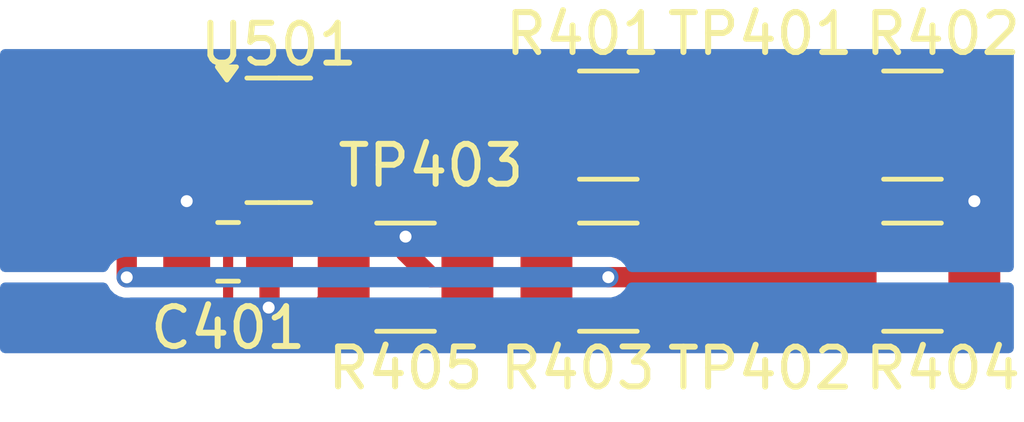
<source format=kicad_pcb>
(kicad_pcb (version 20240108) (generator "pcbnew") (generator_version "8.0")
  (layers (0 "F.Cu" mixed) (31 "B.Cu" mixed) (34 "B.Paste" user) (35 "F.Paste" user) (36 "B.SilkS" user "B.Silkscreen") (37 "F.SilkS" user "F.Silkscreen") (38 "B.Mask" user) (39 "F.Mask" user) (44 "Edge.Cuts" user))
  (net 0 "")
  (net 1 "+5VA_pwm")
  (net 2 "GND")
  (net 3 "/div")
  (net 4 "/mod")
  (net 5 "/set")
  (net 6 "/pwm")
  (net 7 "/mod_pin")
  (footprint "enclosure:R_1210_3225Metric_Pad1.30x2.65mm_HandSolder" (layer "F.Cu") (at 73.66 56.515 180)
    (property "Reference" "R404" (at -0.762 -2.286 180) (layer "F.SilkS"))
    (property "Value" "2k49")
    (fp_line (start -0.723737 1.355) (end 0.723737 1.355) (stroke (width 0.12)) (layer "F.SilkS"))
    (fp_line (start -0.723737 -1.355) (end 0.723737 -1.355) (stroke (width 0.12)) (layer "F.SilkS"))
    (pad "1" smd roundrect (at -1.55 0 180) (size 1.3 2.65) (layers "F.Cu" "F.Paste" "F.Mask") (roundrect_rratio 0.192308) (net 2 "GND"))
    (pad "2" smd roundrect (at 1.55 0 180) (size 1.3 2.65) (layers "F.Cu" "F.Paste" "F.Mask") (roundrect_rratio 0.192308) (net 7 "/mod_pin"))
  )
  (footprint "enclosure:TP_0805_2012Metric" (layer "F.Cu") (at 69.85 52.705 90)
    (property "Reference" "TP401" (at 2.286 0 0) (layer "F.SilkS"))
    (property "Value" "~")
    (pad "1" smd roundrect (at 0 0 90) (size 2.5 1.75) (layers "F.Cu" "F.Paste" "F.Mask") (roundrect_rratio 0.243902) (net 3 "/div"))
  )
  (footprint "enclosure:TP_0805_2012Metric" (layer "F.Cu") (at 61.595 52.07 180)
    (property "Reference" "TP403" (at 0 -1.65 180) (layer "F.SilkS"))
    (property "Value" "~")
    (pad "1" smd roundrect (at 0 0 180) (size 2.5 1.75) (layers "F.Cu" "F.Paste" "F.Mask") (roundrect_rratio 0.243902) (net 6 "/pwm"))
  )
  (footprint "enclosure:C_0805_2012Metric_Pad1.18x1.45mm_HandSolder" (layer "F.Cu") (at 56.515 55.88)
    (property "Reference" "C401" (at 0 1.905 360) (layer "F.SilkS"))
    (property "Value" "100n")
    (fp_line (start -0.261252 -0.735) (end 0.261252 -0.735) (stroke (width 0.12)) (layer "F.SilkS"))
    (fp_line (start -0.261252 0.735) (end 0.261252 0.735) (stroke (width 0.12)) (layer "F.SilkS"))
    (pad "1" smd roundrect (at -1.0375 0) (size 1.175 1.45) (layers "F.Cu" "F.Paste" "F.Mask") (roundrect_rratio 0.212766) (net 2 "GND"))
    (pad "2" smd roundrect (at 1.0375 0) (size 1.175 1.45) (layers "F.Cu" "F.Paste" "F.Mask") (roundrect_rratio 0.212766) (net 1 "+5VA_pwm"))
  )
  (footprint "enclosure:TP_0805_2012Metric" (layer "F.Cu") (at 69.85 56.515 90)
    (property "Reference" "TP402" (at -2.286 0 0) (layer "F.SilkS"))
    (property "Value" "~")
    (pad "1" smd roundrect (at 0 0 90) (size 2.5 1.75) (layers "F.Cu" "F.Paste" "F.Mask") (roundrect_rratio 0.243902) (net 7 "/mod_pin"))
  )
  (footprint "enclosure:TSOT-23-6" (layer "F.Cu") (at 57.785 53.086)
    (property "Reference" "U501" (at 0 -2.4 360) (layer "F.SilkS"))
    (property "Value" "LTC6992IS6-1")
    (fp_line (start 0 -1.56) (end -0.8 -1.56) (stroke (width 0.12)) (layer "F.SilkS"))
    (fp_line (start 0 -1.56) (end 0.8 -1.56) (stroke (width 0.12)) (layer "F.SilkS"))
    (fp_line (start 0 1.56) (end -0.8 1.56) (stroke (width 0.12)) (layer "F.SilkS"))
    (fp_line (start 0 1.56) (end 0.8 1.56) (stroke (width 0.12)) (layer "F.SilkS"))
    (fp_poly (pts (xy -1.3 -1.51) (xy -1.54 -1.84) (xy -1.06 -1.84) (xy -1.3 -1.51)) (stroke (width 0.12)) (fill solid) (layer "F.SilkS"))
    (pad "1" smd roundrect (at -1.1375 -0.95) (size 1.325 0.6) (layers "F.Cu" "F.Paste" "F.Mask") (net 7 "/mod_pin"))
    (pad "2" smd roundrect (at -1.1375 0) (size 1.325 0.6) (layers "F.Cu" "F.Paste" "F.Mask") (net 2 "GND"))
    (pad "3" smd roundrect (at -1.1375 0.95) (size 1.325 0.6) (layers "F.Cu" "F.Paste" "F.Mask") (net 5 "/set"))
    (pad "4" smd roundrect (at 1.1375 0.95) (size 1.325 0.6) (layers "F.Cu" "F.Paste" "F.Mask") (net 3 "/div"))
    (pad "5" smd roundrect (at 1.1375 0) (size 1.325 0.6) (layers "F.Cu" "F.Paste" "F.Mask") (net 1 "+5VA_pwm"))
    (pad "6" smd roundrect (at 1.1375 -0.95) (size 1.325 0.6) (layers "F.Cu" "F.Paste" "F.Mask") (net 6 "/pwm"))
  )
  (footprint "enclosure:R_1210_3225Metric_Pad1.30x2.65mm_HandSolder" (layer "F.Cu") (at 66.04 52.705 180)
    (property "Reference" "R401" (at 0.635 2.286 180) (layer "F.SilkS"))
    (property "Value" "1M")
    (fp_line (start -0.723737 1.355) (end 0.723737 1.355) (stroke (width 0.12)) (layer "F.SilkS"))
    (fp_line (start -0.723737 -1.355) (end 0.723737 -1.355) (stroke (width 0.12)) (layer "F.SilkS"))
    (pad "1" smd roundrect (at -1.55 0 180) (size 1.3 2.65) (layers "F.Cu" "F.Paste" "F.Mask") (roundrect_rratio 0.192308) (net 3 "/div"))
    (pad "2" smd roundrect (at 1.55 0 180) (size 1.3 2.65) (layers "F.Cu" "F.Paste" "F.Mask") (roundrect_rratio 0.192308) (net 1 "+5VA_pwm"))
  )
  (footprint "enclosure:R_1210_3225Metric_Pad1.30x2.65mm_HandSolder" (layer "F.Cu") (at 60.96 56.515 180)
    (property "Reference" "R405" (at 0 -2.28 180) (layer "F.SilkS"))
    (property "Value" "100k")
    (fp_line (start -0.723737 1.355) (end 0.723737 1.355) (stroke (width 0.12)) (layer "F.SilkS"))
    (fp_line (start -0.723737 -1.355) (end 0.723737 -1.355) (stroke (width 0.12)) (layer "F.SilkS"))
    (pad "1" smd roundrect (at -1.55 0 180) (size 1.3 2.65) (layers "F.Cu" "F.Paste" "F.Mask") (roundrect_rratio 0.192308) (net 2 "GND"))
    (pad "2" smd roundrect (at 1.55 0 180) (size 1.3 2.65) (layers "F.Cu" "F.Paste" "F.Mask") (roundrect_rratio 0.192308) (net 5 "/set"))
  )
  (footprint "enclosure:R_1210_3225Metric_Pad1.30x2.65mm_HandSolder" (layer "F.Cu") (at 66.04 56.515 180)
    (property "Reference" "R403" (at 0.762 -2.28 180) (layer "F.SilkS"))
    (property "Value" "10k")
    (fp_line (start -0.723737 1.355) (end 0.723737 1.355) (stroke (width 0.12)) (layer "F.SilkS"))
    (fp_line (start -0.723737 -1.355) (end 0.723737 -1.355) (stroke (width 0.12)) (layer "F.SilkS"))
    (pad "1" smd roundrect (at -1.55 0 180) (size 1.3 2.65) (layers "F.Cu" "F.Paste" "F.Mask") (roundrect_rratio 0.192308) (net 7 "/mod_pin"))
    (pad "2" smd roundrect (at 1.55 0 180) (size 1.3 2.65) (layers "F.Cu" "F.Paste" "F.Mask") (roundrect_rratio 0.192308) (net 4 "/mod"))
  )
  (footprint "enclosure:R_1210_3225Metric_Pad1.30x2.65mm_HandSolder" (layer "F.Cu") (at 73.66 52.705 180)
    (property "Reference" "R402" (at -0.762 2.286 180) (layer "F.SilkS"))
    (property "Value" "280k")
    (fp_line (start -0.723737 1.355) (end 0.723737 1.355) (stroke (width 0.12)) (layer "F.SilkS"))
    (fp_line (start -0.723737 -1.355) (end 0.723737 -1.355) (stroke (width 0.12)) (layer "F.SilkS"))
    (pad "1" smd roundrect (at -1.55 0 180) (size 1.3 2.65) (layers "F.Cu" "F.Paste" "F.Mask") (roundrect_rratio 0.192308) (net 2 "GND"))
    (pad "2" smd roundrect (at 1.55 0 180) (size 1.3 2.65) (layers "F.Cu" "F.Paste" "F.Mask") (roundrect_rratio 0.192308) (net 3 "/div"))
  )
  (segment (start 57.785 55.6475) (end 57.5525 55.88) (width 0.508) (layer "F.Cu") (net 1))
  (segment (start 58.9225 53.086) (end 58.039 53.086) (width 0.508) (layer "F.Cu") (net 1))
  (segment (start 60.579 53.721) (end 62.611 53.721) (width 0.508) (layer "F.Cu") (net 1))
  (segment (start 57.5525 57.2555) (end 57.531 57.277) (width 0.508) (layer "F.Cu") (net 1))
  (segment (start 59.944 53.086) (end 60.579 53.721) (width 0.508) (layer "F.Cu") (net 1))
  (segment (start 58.9225 53.086) (end 59.944 53.086) (width 0.508) (layer "F.Cu") (net 1))
  (segment (start 63.627 52.705) (end 64.49 52.705) (width 0.508) (layer "F.Cu") (net 1))
  (segment (start 62.611 53.721) (end 63.627 52.705) (width 0.508) (layer "F.Cu") (net 1))
  (segment (start 57.785 53.34) (end 57.785 55.6475) (width 0.508) (layer "F.Cu") (net 1))
  (segment (start 57.5525 55.88) (end 57.5525 57.2555) (width 0.508) (layer "F.Cu") (net 1))
  (segment (start 58.039 53.086) (end 57.785 53.34) (width 0.508) (layer "F.Cu") (net 1))
  (via (at 57.531 57.277) (size 0.45) (drill 0.3) (layers "F.Cu" "B.Cu") (net 1))
  (segment (start 61.595 56.515) (end 62.51 56.515) (width 0.508) (layer "F.Cu") (net 2))
  (segment (start 60.96 55.88) (end 61.595 56.515) (width 0.508) (layer "F.Cu") (net 2))
  (segment (start 56.072132 53.086) (end 55.4775 53.680632) (width 0.508) (layer "F.Cu") (net 2))
  (segment (start 56.6475 53.086) (end 56.072132 53.086) (width 0.508) (layer "F.Cu") (net 2))
  (segment (start 75.21 52.705) (end 75.21 56.515) (width 0.508) (layer "F.Cu") (net 2))
  (segment (start 60.96 55.499) (end 60.96 55.88) (width 0.508) (layer "F.Cu") (net 2))
  (segment (start 55.4775 53.680632) (end 55.4775 55.88) (width 0.508) (layer "F.Cu") (net 2))
  (via (at 55.4775 54.61) (size 0.45) (drill 0.3) (layers "F.Cu" "B.Cu") (net 2))
  (via (at 60.96 55.499) (size 0.45) (drill 0.3) (layers "F.Cu" "B.Cu") (net 2))
  (via (at 75.21 54.61) (size 0.45) (drill 0.3) (layers "F.Cu" "B.Cu") (net 2))
  (segment (start 60.325 54.61) (end 67.31 54.61) (width 0.508) (layer "F.Cu") (net 3))
  (segment (start 67.59 54.33) (end 67.59 52.705) (width 0.508) (layer "F.Cu") (net 3))
  (segment (start 58.9225 54.036) (end 59.751 54.036) (width 0.508) (layer "F.Cu") (net 3))
  (segment (start 59.751 54.036) (end 60.325 54.61) (width 0.508) (layer "F.Cu") (net 3))
  (segment (start 72.11 52.705) (end 69.85 52.705) (width 0.508) (layer "F.Cu") (net 3))
  (segment (start 69.85 52.705) (end 67.59 52.705) (width 0.508) (layer "F.Cu") (net 3))
  (segment (start 67.31 54.61) (end 67.59 54.33) (width 0.508) (layer "F.Cu") (net 3))
  (segment (start 59.41 56.528) (end 59.41 56.515) (width 0.254) (layer "F.Cu") (net 5))
  (segment (start 57.899 58.039) (end 59.41 56.528) (width 0.254) (layer "F.Cu") (net 5))
  (segment (start 56.6475 54.4775) (end 56.515 54.61) (width 0.254) (layer "F.Cu") (net 5))
  (segment (start 56.6475 54.036) (end 56.6475 54.4775) (width 0.254) (layer "F.Cu") (net 5))
  (segment (start 57.15 58.039) (end 57.899 58.039) (width 0.254) (layer "F.Cu") (net 5))
  (segment (start 56.515 57.404) (end 57.15 58.039) (width 0.254) (layer "F.Cu") (net 5))
  (segment (start 56.515 54.61) (end 56.515 57.404) (width 0.254) (layer "F.Cu") (net 5))
  (segment (start 61.529 52.136) (end 61.595 52.07) (width 0.508) (layer "F.Cu") (net 6))
  (segment (start 58.9225 52.136) (end 61.529 52.136) (width 0.508) (layer "F.Cu") (net 6))
  (segment (start 69.85 56.515) (end 72.11 56.515) (width 0.508) (layer "F.Cu") (net 7))
  (segment (start 67.59 56.515) (end 66.04 56.515) (width 0.508) (layer "F.Cu") (net 7))
  (segment (start 55.264501 52.136) (end 56.6475 52.136) (width 0.508) (layer "F.Cu") (net 7))
  (segment (start 67.59 56.515) (end 69.85 56.515) (width 0.508) (layer "F.Cu") (net 7))
  (segment (start 53.975 56.518496) (end 53.975 53.425501) (width 0.508) (layer "F.Cu") (net 7))
  (segment (start 53.975 53.425501) (end 55.264501 52.136) (width 0.508) (layer "F.Cu") (net 7))
  (via (at 53.975 56.518496) (size 0.45) (drill 0.3) (layers "F.Cu" "B.Cu") (net 7))
  (via (at 66.04 56.515) (size 0.45) (drill 0.3) (layers "F.Cu" "B.Cu") (net 7))
  (segment (start 53.975 56.518496) (end 53.978496 56.515) (width 0.508) (layer "B.Cu") (net 7))
  (segment (start 53.978496 56.515) (end 66.04 56.515) (width 0.508) (layer "B.Cu") (net 7))
  (zone (net 1) (net_name "+5VA_pwm") (layer "B.Cu") (priority 90) (connect_pads (clearance 0.254)) (min_thickness 0.254) (fill yes (thermal_gap 0.254) (thermal_bridge_width 0.508))
    (polygon (pts (xy 50.8 56.642) (xy 76.2 56.642) (xy 76.2 58.42) (xy 50.8 58.42)))
  )
  (zone (net 2) (net_name "GND") (layer "B.Cu") (priority 90) (connect_pads (clearance 0.254)) (min_thickness 0.254) (fill yes (thermal_gap 0.254) (thermal_bridge_width 0.508))
    (polygon (pts (xy 50.8 50.8) (xy 76.2 50.8) (xy 76.2 56.388) (xy 50.8 56.388)))
  )
)
</source>
